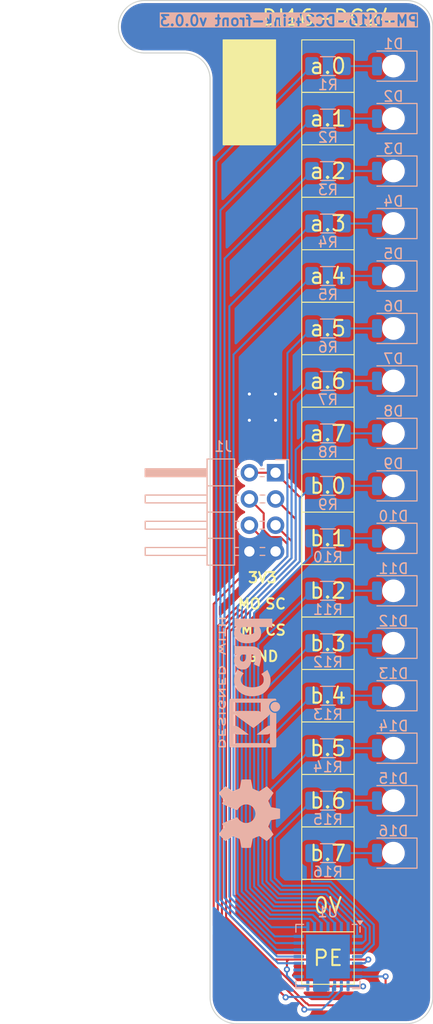
<source format=kicad_pcb>
(kicad_pcb (version 20240108) (generator "pcbnew") (generator_version "8.0")
  (title_block (title "${article} v${version}"))
  (layers (0 "F.Cu" signal) (31 "B.Cu" signal) (34 "B.Paste" user) (35 "F.Paste" user) (36 "B.SilkS" user "B.Silkscreen") (37 "F.SilkS" user "F.Silkscreen") (38 "B.Mask" user) (39 "F.Mask" user) (44 "Edge.Cuts" user))
  (property "article" "PM-DI16-DC24sink-front")
  (property "version" "0.0.3")
  (net 0 "")
  (net 3 "GND")
  (net 4 "+3.3V")
  (net 5 "/b.0")
  (net 6 "Net-(D1-A)")
  (net 7 "Net-(D2-A)")
  (net 8 "Net-(D3-A)")
  (net 9 "Net-(D4-A)")
  (net 10 "Net-(D5-A)")
  (net 11 "Net-(D6-A)")
  (net 12 "Net-(D7-A)")
  (net 13 "Net-(D8-A)")
  (net 14 "Net-(D9-A)")
  (net 15 "Net-(D10-A)")
  (net 16 "Net-(D11-A)")
  (net 17 "Net-(D12-A)")
  (net 18 "Net-(D13-A)")
  (net 19 "Net-(D14-A)")
  (net 20 "Net-(D15-A)")
  (net 21 "Net-(D16-A)")
  (net 22 "/b.1")
  (net 23 "/b.2")
  (net 24 "/b.3")
  (net 25 "/b.4")
  (net 26 "/b.5")
  (net 27 "/b.6")
  (net 28 "/b.7")
  (net 29 "/a.0")
  (net 30 "/a.1")
  (net 31 "/a.2")
  (net 32 "/a.3")
  (net 33 "/a.4")
  (net 34 "/a.5")
  (net 35 "/a.6")
  (net 36 "/a.7")
  (net 37 "/MOSI")
  (net 38 "/MISO")
  (net 39 "/SCK")
  (net 40 "/CS")
  (footprint "kicad_inventree_lib:LED_1206_3216Metric_ReverseMount_Hole1.8x2.4mm" (layer "B.Cu") (at 77.47 97.79 180)
    (property "Reference" "D9" (at 0 2.145 0) (layer "B.SilkS") (effects (justify mirror)))
    (property "Value" "Green")
    (pad "" np_thru_hole oval (at 0 0 180) (size 1.7 1.7) (drill oval 1.7) (layers "F&B.Cu" "*.Mask"))
    (pad "1" smd roundrect (at -1.6 0 180) (size 0.95 1.8) (layers "B.Cu" "B.Paste" "B.Mask") (roundrect_rratio 0.2) (net 3 "GND"))
    (pad "2" smd roundrect (at 1.6 0 180) (size 0.95 1.8) (layers "B.Cu" "B.Paste" "B.Mask") (roundrect_rratio 0.2) (net 14 "Net-(D9-A)"))
  )
  (footprint "Connector_PinHeader_2.54mm:PinHeader_2x04_P2.54mm_Horizontal" (layer "B.Cu") (at 66.04 96.52 180)
    (property "Reference" "J1" (at 5.08 2.54 0) (layer "B.SilkS") (effects (justify mirror)))
    (property "Value" "PinHeader_02x04_P2.54_THT_angle")
    (pad "1" thru_hole rect (at 0 0 180) (size 1.7 1.7) (drill 1) (layers "*.Cu" "*.Mask") (net 4 "+3.3V"))
    (pad "2" thru_hole oval (at 2.54 0 180) (size 1.7 1.7) (drill 1) (layers "*.Cu" "*.Mask") (net 4 "+3.3V"))
    (pad "3" thru_hole oval (at 0 -2.54 180) (size 1.7 1.7) (drill 1) (layers "*.Cu" "*.Mask") (net 39 "/SCK"))
    (pad "4" thru_hole oval (at 2.54 -2.54 180) (size 1.7 1.7) (drill 1) (layers "*.Cu" "*.Mask") (net 37 "/MOSI"))
    (pad "5" thru_hole oval (at 0 -5.08 180) (size 1.7 1.7) (drill 1) (layers "*.Cu" "*.Mask") (net 40 "/CS"))
    (pad "6" thru_hole oval (at 2.54 -5.08 180) (size 1.7 1.7) (drill 1) (layers "*.Cu" "*.Mask") (net 38 "/MISO"))
    (pad "7" thru_hole oval (at 0 -7.62 180) (size 1.7 1.7) (drill 1) (layers "*.Cu" "*.Mask") (net 3 "GND"))
    (pad "8" thru_hole oval (at 2.54 -7.62 180) (size 1.7 1.7) (drill 1) (layers "*.Cu" "*.Mask") (net 3 "GND"))
  )
  (footprint "Resistor_SMD:R_1206_3216Metric_Pad1.30x1.75mm_HandSolder" (layer "B.Cu") (at 71.12 97.79)
    (property "Reference" "R9" (at 0 1.82 0) (layer "B.SilkS") (effects (justify mirror)))
    (property "Value" "270")
    (pad "1" smd roundrect (at -1.55 0) (size 1.3 1.75) (layers "B.Cu" "B.Paste" "B.Mask") (roundrect_rratio 0.192308) (net 5 "/b.0"))
    (pad "2" smd roundrect (at 1.55 0) (size 1.3 1.75) (layers "B.Cu" "B.Paste" "B.Mask") (roundrect_rratio 0.192308) (net 14 "Net-(D9-A)"))
  )
  (footprint "Resistor_SMD:R_1206_3216Metric_Pad1.30x1.75mm_HandSolder" (layer "B.Cu") (at 71.12 128.27)
    (property "Reference" "R15" (at 0 1.82 0) (layer "B.SilkS") (effects (justify mirror)))
    (property "Value" "270")
    (pad "1" smd roundrect (at -1.55 0) (size 1.3 1.75) (layers "B.Cu" "B.Paste" "B.Mask") (roundrect_rratio 0.192308) (net 27 "/b.6"))
    (pad "2" smd roundrect (at 1.55 0) (size 1.3 1.75) (layers "B.Cu" "B.Paste" "B.Mask") (roundrect_rratio 0.192308) (net 20 "Net-(D15-A)"))
  )
  (footprint "kicad_inventree_lib:LED_1206_3216Metric_ReverseMount_Hole1.8x2.4mm" (layer "B.Cu") (at 77.47 123.19 180)
    (property "Reference" "D14" (at 0 2.145 0) (layer "B.SilkS") (effects (justify mirror)))
    (property "Value" "Green")
    (pad "" np_thru_hole oval (at 0 0 180) (size 1.7 1.7) (drill oval 1.7) (layers "F&B.Cu" "*.Mask"))
    (pad "1" smd roundrect (at -1.6 0 180) (size 0.95 1.8) (layers "B.Cu" "B.Paste" "B.Mask") (roundrect_rratio 0.2) (net 3 "GND"))
    (pad "2" smd roundrect (at 1.6 0 180) (size 0.95 1.8) (layers "B.Cu" "B.Paste" "B.Mask") (roundrect_rratio 0.2) (net 19 "Net-(D14-A)"))
  )
  (footprint "Resistor_SMD:R_1206_3216Metric_Pad1.30x1.75mm_HandSolder" (layer "B.Cu") (at 71.12 62.23)
    (property "Reference" "R2" (at 0 1.82 0) (layer "B.SilkS") (effects (justify mirror)))
    (property "Value" "270")
    (pad "1" smd roundrect (at -1.55 0) (size 1.3 1.75) (layers "B.Cu" "B.Paste" "B.Mask") (roundrect_rratio 0.192308) (net 30 "/a.1"))
    (pad "2" smd roundrect (at 1.55 0) (size 1.3 1.75) (layers "B.Cu" "B.Paste" "B.Mask") (roundrect_rratio 0.192308) (net 7 "Net-(D2-A)"))
  )
  (footprint "kicad_inventree_lib:LED_1206_3216Metric_ReverseMount_Hole1.8x2.4mm" (layer "B.Cu") (at 77.47 82.55 180)
    (property "Reference" "D6" (at 0 2.145 0) (layer "B.SilkS") (effects (justify mirror)))
    (property "Value" "Green")
    (pad "" np_thru_hole oval (at 0 0 180) (size 1.7 1.7) (drill oval 1.7) (layers "F&B.Cu" "*.Mask"))
    (pad "1" smd roundrect (at -1.6 0 180) (size 0.95 1.8) (layers "B.Cu" "B.Paste" "B.Mask") (roundrect_rratio 0.2) (net 3 "GND"))
    (pad "2" smd roundrect (at 1.6 0 180) (size 0.95 1.8) (layers "B.Cu" "B.Paste" "B.Mask") (roundrect_rratio 0.2) (net 11 "Net-(D6-A)"))
  )
  (footprint "kicad_inventree_lib:LED_1206_3216Metric_ReverseMount_Hole1.8x2.4mm" (layer "B.Cu") (at 77.47 62.23 180)
    (property "Reference" "D2" (at 0 2.145 0) (layer "B.SilkS") (effects (justify mirror)))
    (property "Value" "Green")
    (pad "" np_thru_hole oval (at 0 0 180) (size 1.7 1.7) (drill oval 1.7) (layers "F&B.Cu" "*.Mask"))
    (pad "1" smd roundrect (at -1.6 0 180) (size 0.95 1.8) (layers "B.Cu" "B.Paste" "B.Mask") (roundrect_rratio 0.2) (net 3 "GND"))
    (pad "2" smd roundrect (at 1.6 0 180) (size 0.95 1.8) (layers "B.Cu" "B.Paste" "B.Mask") (roundrect_rratio 0.2) (net 7 "Net-(D2-A)"))
  )
  (footprint "Package_DFN_QFN:QFN-28-1EP_6x6mm_P0.65mm_EP4.25x4.25mm" (layer "B.Cu") (at 71.12 143.36 180)
    (property "Reference" "U1" (at 0 4.31 0) (layer "B.SilkS") (effects (justify mirror)))
    (property "Value" "MCP23S17_ML")
    (pad "1" smd roundrect (at -2.8375 1.95 180) (size 1.025 0.3) (layers "B.Cu" "B.Paste" "B.Mask") (net 25 "/b.4"))
    (pad "2" smd roundrect (at -2.8375 1.3 180) (size 1.025 0.3) (layers "B.Cu" "B.Paste" "B.Mask") (net 26 "/b.5"))
    (pad "3" smd roundrect (at -2.8375 0.65 180) (size 1.025 0.3) (layers "B.Cu" "B.Paste" "B.Mask") (net 27 "/b.6"))
    (pad "4" smd roundrect (at -2.8375 0 180) (size 1.025 0.3) (layers "B.Cu" "B.Paste" "B.Mask") (net 28 "/b.7"))
    (pad "5" smd roundrect (at -2.8375 -0.65 180) (size 1.025 0.3) (layers "B.Cu" "B.Paste" "B.Mask") (net 4 "+3.3V"))
    (pad "6" smd roundrect (at -2.8375 -1.3 180) (size 1.025 0.3) (layers "B.Cu" "B.Paste" "B.Mask") (net 3 "GND"))
    (pad "7" smd roundrect (at -2.8375 -1.95 180) (size 1.025 0.3) (layers "B.Cu" "B.Paste" "B.Mask") (net 40 "/CS"))
    (pad "8" smd roundrect (at -1.95 -2.8375 180) (size 0.3 1.025) (layers "B.Cu" "B.Paste" "B.Mask") (net 39 "/SCK"))
    (pad "9" smd roundrect (at -1.3 -2.8375 180) (size 0.3 1.025) (layers "B.Cu" "B.Paste" "B.Mask") (net 37 "/MOSI"))
    (pad "10" smd roundrect (at -0.65 -2.8375 180) (size 0.3 1.025) (layers "B.Cu" "B.Paste" "B.Mask") (net 38 "/MISO"))
    (pad "11" smd roundrect (at 0 -2.8375 180) (size 0.3 1.025) (layers "B.Cu" "B.Paste" "B.Mask") (net 3 "GND"))
    (pad "12" smd roundrect (at 0.65 -2.8375 180) (size 0.3 1.025) (layers "B.Cu" "B.Paste" "B.Mask") (net 3 "GND"))
    (pad "13" smd roundrect (at 1.3 -2.8375 180) (size 0.3 1.025) (layers "B.Cu" "B.Paste" "B.Mask") (net 3 "GND"))
    (pad "14" smd roundrect (at 1.95 -2.8375 180) (size 0.3 1.025) (layers "B.Cu" "B.Paste" "B.Mask") (net 4 "+3.3V"))
    (pad "15" smd roundrect (at 2.8375 -1.95 180) (size 1.025 0.3) (layers "B.Cu" "B.Paste" "B.Mask"))
    (pad "16" smd roundrect (at 2.8375 -1.3 180) (size 1.025 0.3) (layers "B.Cu" "B.Paste" "B.Mask"))
    (pad "17" smd roundrect (at 2.8375 -0.65 180) (size 1.025 0.3) (layers "B.Cu" "B.Paste" "B.Mask") (net 29 "/a.0"))
    (pad "18" smd roundrect (at 2.8375 0 180) (size 1.025 0.3) (layers "B.Cu" "B.Paste" "B.Mask") (net 30 "/a.1"))
    (pad "19" smd roundrect (at 2.8375 0.65 180) (size 1.025 0.3) (layers "B.Cu" "B.Paste" "B.Mask") (net 31 "/a.2"))
    (pad "20" smd roundrect (at 2.8375 1.3 180) (size 1.025 0.3) (layers "B.Cu" "B.Paste" "B.Mask") (net 32 "/a.3"))
    (pad "21" smd roundrect (at 2.8375 1.95 180) (size 1.025 0.3) (layers "B.Cu" "B.Paste" "B.Mask") (net 33 "/a.4"))
    (pad "22" smd roundrect (at 1.95 2.8375 180) (size 0.3 1.025) (layers "B.Cu" "B.Paste" "B.Mask") (net 34 "/a.5"))
    (pad "23" smd roundrect (at 1.3 2.8375 180) (size 0.3 1.025) (layers "B.Cu" "B.Paste" "B.Mask") (net 35 "/a.6"))
    (pad "24" smd roundrect (at 0.65 2.8375 180) (size 0.3 1.025) (layers "B.Cu" "B.Paste" "B.Mask") (net 36 "/a.7"))
    (pad "25" smd roundrect (at 0 2.8375 180) (size 0.3 1.025) (layers "B.Cu" "B.Paste" "B.Mask") (net 5 "/b.0"))
    (pad "26" smd roundrect (at -0.65 2.8375 180) (size 0.3 1.025) (layers "B.Cu" "B.Paste" "B.Mask") (net 22 "/b.1"))
    (pad "27" smd roundrect (at -1.3 2.8375 180) (size 0.3 1.025) (layers "B.Cu" "B.Paste" "B.Mask") (net 23 "/b.2"))
    (pad "28" smd roundrect (at -1.95 2.8375 180) (size 0.3 1.025) (layers "B.Cu" "B.Paste" "B.Mask") (net 24 "/b.3"))
    (pad "29" smd rect (at 0 0 180) (size 4.25 4.25) (property pad_prop_heatsink) (layers "B.Cu" "B.Mask") (net 3 "GND"))
  )
  (footprint "Resistor_SMD:R_1206_3216Metric_Pad1.30x1.75mm_HandSolder" (layer "B.Cu") (at 71.12 57.15)
    (property "Reference" "R1" (at 0 1.82 0) (layer "B.SilkS") (effects (justify mirror)))
    (property "Value" "270")
    (pad "1" smd roundrect (at -1.55 0) (size 1.3 1.75) (layers "B.Cu" "B.Paste" "B.Mask") (roundrect_rratio 0.192308) (net 29 "/a.0"))
    (pad "2" smd roundrect (at 1.55 0) (size 1.3 1.75) (layers "B.Cu" "B.Paste" "B.Mask") (roundrect_rratio 0.192308) (net 6 "Net-(D1-A)"))
  )
  (footprint "kicad_inventree_lib:LED_1206_3216Metric_ReverseMount_Hole1.8x2.4mm" (layer "B.Cu") (at 77.47 113.03 180)
    (property "Reference" "D12" (at 0 2.145 0) (layer "B.SilkS") (effects (justify mirror)))
    (property "Value" "Green")
    (pad "" np_thru_hole oval (at 0 0 180) (size 1.7 1.7) (drill oval 1.7) (layers "F&B.Cu" "*.Mask"))
    (pad "1" smd roundrect (at -1.6 0 180) (size 0.95 1.8) (layers "B.Cu" "B.Paste" "B.Mask") (roundrect_rratio 0.2) (net 3 "GND"))
    (pad "2" smd roundrect (at 1.6 0 180) (size 0.95 1.8) (layers "B.Cu" "B.Paste" "B.Mask") (roundrect_rratio 0.2) (net 17 "Net-(D12-A)"))
  )
  (footprint "Resistor_SMD:R_1206_3216Metric_Pad1.30x1.75mm_HandSolder" (layer "B.Cu") (at 71.12 113.03)
    (property "Reference" "R12" (at 0 1.82 0) (layer "B.SilkS") (effects (justify mirror)))
    (property "Value" "270")
    (pad "1" smd roundrect (at -1.55 0) (size 1.3 1.75) (layers "B.Cu" "B.Paste" "B.Mask") (roundrect_rratio 0.192308) (net 24 "/b.3"))
    (pad "2" smd roundrect (at 1.55 0) (size 1.3 1.75) (layers "B.Cu" "B.Paste" "B.Mask") (roundrect_rratio 0.192308) (net 17 "Net-(D12-A)"))
  )
  (footprint "Resistor_SMD:R_1206_3216Metric_Pad1.30x1.75mm_HandSolder" (layer "B.Cu") (at 71.12 77.47)
    (property "Reference" "R5" (at 0 1.82 0) (layer "B.SilkS") (effects (justify mirror)))
    (property "Value" "270")
    (pad "1" smd roundrect (at -1.55 0) (size 1.3 1.75) (layers "B.Cu" "B.Paste" "B.Mask") (roundrect_rratio 0.192308) (net 33 "/a.4"))
    (pad "2" smd roundrect (at 1.55 0) (size 1.3 1.75) (layers "B.Cu" "B.Paste" "B.Mask") (roundrect_rratio 0.192308) (net 10 "Net-(D5-A)"))
  )
  (footprint "kicad_inventree_lib:LED_1206_3216Metric_ReverseMount_Hole1.8x2.4mm" (layer "B.Cu") (at 77.47 77.47 180)
    (property "Reference" "D5" (at 0 2.145 0) (layer "B.SilkS") (effects (justify mirror)))
    (property "Value" "Green")
    (pad "" np_thru_hole oval (at 0 0 180) (size 1.7 1.7) (drill oval 1.7) (layers "F&B.Cu" "*.Mask"))
    (pad "1" smd roundrect (at -1.6 0 180) (size 0.95 1.8) (layers "B.Cu" "B.Paste" "B.Mask") (roundrect_rratio 0.2) (net 3 "GND"))
    (pad "2" smd roundrect (at 1.6 0 180) (size 0.95 1.8) (layers "B.Cu" "B.Paste" "B.Mask") (roundrect_rratio 0.2) (net 10 "Net-(D5-A)"))
  )
  (footprint "kicad_inventree_lib:LED_1206_3216Metric_ReverseMount_Hole1.8x2.4mm" (layer "B.Cu") (at 77.47 87.63 180)
    (property "Reference" "D7" (at 0 2.145 0) (layer "B.SilkS") (effects (justify mirror)))
    (property "Value" "Green")
    (pad "" np_thru_hole oval (at 0 0 180) (size 1.7 1.7) (drill oval 1.7) (layers "F&B.Cu" "*.Mask"))
    (pad "1" smd roundrect (at -1.6 0 180) (size 0.95 1.8) (layers "B.Cu" "B.Paste" "B.Mask") (roundrect_rratio 0.2) (net 3 "GND"))
    (pad "2" smd roundrect (at 1.6 0 180) (size 0.95 1.8) (layers "B.Cu" "B.Paste" "B.Mask") (roundrect_rratio 0.2) (net 12 "Net-(D7-A)"))
  )
  (footprint "Resistor_SMD:R_1206_3216Metric_Pad1.30x1.75mm_HandSolder" (layer "B.Cu") (at 71.12 102.87)
    (property "Reference" "R10" (at 0 1.82 0) (layer "B.SilkS") (effects (justify mirror)))
    (property "Value" "270")
    (pad "1" smd roundrect (at -1.55 0) (size 1.3 1.75) (layers "B.Cu" "B.Paste" "B.Mask") (roundrect_rratio 0.192308) (net 22 "/b.1"))
    (pad "2" smd roundrect (at 1.55 0) (size 1.3 1.75) (layers "B.Cu" "B.Paste" "B.Mask") (roundrect_rratio 0.192308) (net 15 "Net-(D10-A)"))
  )
  (footprint "Resistor_SMD:R_1206_3216Metric_Pad1.30x1.75mm_HandSolder" (layer "B.Cu") (at 71.12 133.35)
    (property "Reference" "R16" (at 0 1.82 0) (layer "B.SilkS") (effects (justify mirror)))
    (property "Value" "270")
    (pad "1" smd roundrect (at -1.55 0) (size 1.3 1.75) (layers "B.Cu" "B.Paste" "B.Mask") (roundrect_rratio 0.192308) (net 28 "/b.7"))
    (pad "2" smd roundrect (at 1.55 0) (size 1.3 1.75) (layers "B.Cu" "B.Paste" "B.Mask") (roundrect_rratio 0.192308) (net 21 "Net-(D16-A)"))
  )
  (footprint "kicad_inventree_lib:LED_1206_3216Metric_ReverseMount_Hole1.8x2.4mm" (layer "B.Cu") (at 77.47 72.39 180)
    (property "Reference" "D4" (at 0 2.145 0) (layer "B.SilkS") (effects (justify mirror)))
    (property "Value" "Green")
    (pad "" np_thru_hole oval (at 0 0 180) (size 1.7 1.7) (drill oval 1.7) (layers "F&B.Cu" "*.Mask"))
    (pad "1" smd roundrect (at -1.6 0 180) (size 0.95 1.8) (layers "B.Cu" "B.Paste" "B.Mask") (roundrect_rratio 0.2) (net 3 "GND"))
    (pad "2" smd roundrect (at 1.6 0 180) (size 0.95 1.8) (layers "B.Cu" "B.Paste" "B.Mask") (roundrect_rratio 0.2) (net 9 "Net-(D4-A)"))
  )
  (footprint "Resistor_SMD:R_1206_3216Metric_Pad1.30x1.75mm_HandSolder" (layer "B.Cu") (at 71.12 107.95)
    (property "Reference" "R11" (at 0 1.82 0) (layer "B.SilkS") (effects (justify mirror)))
    (property "Value" "270")
    (pad "1" smd roundrect (at -1.55 0) (size 1.3 1.75) (layers "B.Cu" "B.Paste" "B.Mask") (roundrect_rratio 0.192308) (net 23 "/b.2"))
    (pad "2" smd roundrect (at 1.55 0) (size 1.3 1.75) (layers "B.Cu" "B.Paste" "B.Mask") (roundrect_rratio 0.192308) (net 16 "Net-(D11-A)"))
  )
  (footprint "kicad_inventree_lib:LED_1206_3216Metric_ReverseMount_Hole1.8x2.4mm" (layer "B.Cu") (at 77.47 67.31 180)
    (property "Reference" "D3" (at 0 2.145 0) (layer "B.SilkS") (effects (justify mirror)))
    (property "Value" "Green")
    (pad "" np_thru_hole oval (at 0 0 180) (size 1.7 1.7) (drill oval 1.7) (layers "F&B.Cu" "*.Mask"))
    (pad "1" smd roundrect (at -1.6 0 180) (size 0.95 1.8) (layers "B.Cu" "B.Paste" "B.Mask") (roundrect_rratio 0.2) (net 3 "GND"))
    (pad "2" smd roundrect (at 1.6 0 180) (size 0.95 1.8) (layers "B.Cu" "B.Paste" "B.Mask") (roundrect_rratio 0.2) (net 8 "Net-(D3-A)"))
  )
  (footprint "Symbol:OSHW-Symbol_6.7x6mm_SilkScreen" (layer "B.Cu") (at 63.5 129.54 90)
    (property "Reference" "REF**" (hide yes))
    (property "Value" "OSHW-Symbol_6.7x6mm_SilkScreen" (hide yes))
  )
  (footprint "kicad_inventree_lib:LED_1206_3216Metric_ReverseMount_Hole1.8x2.4mm" (layer "B.Cu") (at 77.47 102.87 180)
    (property "Reference" "D10" (at 0 2.145 0) (layer "B.SilkS") (effects (justify mirror)))
    (property "Value" "Green")
    (pad "" np_thru_hole oval (at 0 0 180) (size 1.7 1.7) (drill oval 1.7) (layers "F&B.Cu" "*.Mask"))
    (pad "1" smd roundrect (at -1.6 0 180) (size 0.95 1.8) (layers "B.Cu" "B.Paste" "B.Mask") (roundrect_rratio 0.2) (net 3 "GND"))
    (pad "2" smd roundrect (at 1.6 0 180) (size 0.95 1.8) (layers "B.Cu" "B.Paste" "B.Mask") (roundrect_rratio 0.2) (net 15 "Net-(D10-A)"))
  )
  (footprint "kicad_inventree_lib:LED_1206_3216Metric_ReverseMount_Hole1.8x2.4mm" (layer "B.Cu") (at 77.47 118.11 180)
    (property "Reference" "D13" (at 0 2.145 0) (layer "B.SilkS") (effects (justify mirror)))
    (property "Value" "Green")
    (pad "" np_thru_hole oval (at 0 0 180) (size 1.7 1.7) (drill oval 1.7) (layers "F&B.Cu" "*.Mask"))
    (pad "1" smd roundrect (at -1.6 0 180) (size 0.95 1.8) (layers "B.Cu" "B.Paste" "B.Mask") (roundrect_rratio 0.2) (net 3 "GND"))
    (pad "2" smd roundrect (at 1.6 0 180) (size 0.95 1.8) (layers "B.Cu" "B.Paste" "B.Mask") (roundrect_rratio 0.2) (net 18 "Net-(D13-A)"))
  )
  (footprint "Resistor_SMD:R_1206_3216Metric_Pad1.30x1.75mm_HandSolder" (layer "B.Cu") (at 71.12 92.71)
    (property "Reference" "R8" (at 0 1.82 0) (layer "B.SilkS") (effects (justify mirror)))
    (property "Value" "270")
    (pad "1" smd roundrect (at -1.55 0) (size 1.3 1.75) (layers "B.Cu" "B.Paste" "B.Mask") (roundrect_rratio 0.192308) (net 36 "/a.7"))
    (pad "2" smd roundrect (at 1.55 0) (size 1.3 1.75) (layers "B.Cu" "B.Paste" "B.Mask") (roundrect_rratio 0.192308) (net 13 "Net-(D8-A)"))
  )
  (footprint "Resistor_SMD:R_1206_3216Metric_Pad1.30x1.75mm_HandSolder" (layer "B.Cu") (at 71.12 67.31)
    (property "Reference" "R3" (at 0 1.82 0) (layer "B.SilkS") (effects (justify mirror)))
    (property "Value" "270")
    (pad "1" smd roundrect (at -1.55 0) (size 1.3 1.75) (layers "B.Cu" "B.Paste" "B.Mask") (roundrect_rratio 0.192308) (net 31 "/a.2"))
    (pad "2" smd roundrect (at 1.55 0) (size 1.3 1.75) (layers "B.Cu" "B.Paste" "B.Mask") (roundrect_rratio 0.192308) (net 8 "Net-(D3-A)"))
  )
  (footprint "Resistor_SMD:R_1206_3216Metric_Pad1.30x1.75mm_HandSolder" (layer "B.Cu") (at 71.12 72.39)
    (property "Reference" "R4" (at 0 1.82 0) (layer "B.SilkS") (effects (justify mirror)))
    (property "Value" "270")
    (pad "1" smd roundrect (at -1.55 0) (size 1.3 1.75) (layers "B.Cu" "B.Paste" "B.Mask") (roundrect_rratio 0.192308) (net 32 "/a.3"))
    (pad "2" smd roundrect (at 1.55 0) (size 1.3 1.75) (layers "B.Cu" "B.Paste" "B.Mask") (roundrect_rratio 0.192308) (net 9 "Net-(D4-A)"))
  )
  (footprint "kicad_inventree_lib:LED_1206_3216Metric_ReverseMount_Hole1.8x2.4mm" (layer "B.Cu") (at 77.47 57.15 180)
    (property "Reference" "D1" (at 0 2.145 0) (layer "B.SilkS") (effects (justify mirror)))
    (property "Value" "Green")
    (pad "" np_thru_hole oval (at 0 0 180) (size 1.7 1.7) (drill oval 1.7) (layers "F&B.Cu" "*.Mask"))
    (pad "1" smd roundrect (at -1.6 0 180) (size 0.95 1.8) (layers "B.Cu" "B.Paste" "B.Mask") (roundrect_rratio 0.2) (net 3 "GND"))
    (pad "2" smd roundrect (at 1.6 0 180) (size 0.95 1.8) (layers "B.Cu" "B.Paste" "B.Mask") (roundrect_rratio 0.2) (net 6 "Net-(D1-A)"))
  )
  (footprint "Resistor_SMD:R_1206_3216Metric_Pad1.30x1.75mm_HandSolder" (layer "B.Cu") (at 71.12 118.11)
    (property "Reference" "R13" (at 0 1.82 0) (layer "B.SilkS") (effects (justify mirror)))
    (property "Value" "270")
    (pad "1" smd roundrect (at -1.55 0) (size 1.3 1.75) (layers "B.Cu" "B.Paste" "B.Mask") (roundrect_rratio 0.192308) (net 25 "/b.4"))
    (pad "2" smd roundrect (at 1.55 0) (size 1.3 1.75) (layers "B.Cu" "B.Paste" "B.Mask") (roundrect_rratio 0.192308) (net 18 "Net-(D13-A)"))
  )
  (footprint "kicad_inventree_lib:LED_1206_3216Metric_ReverseMount_Hole1.8x2.4mm" (layer "B.Cu") (at 77.47 107.95 180)
    (property "Reference" "D11" (at 0 2.145 0) (layer "B.SilkS") (effects (justify mirror)))
    (property "Value" "Green")
    (pad "" np_thru_hole oval (at 0 0 180) (size 1.7 1.7) (drill oval 1.7) (layers "F&B.Cu" "*.Mask"))
    (pad "1" smd roundrect (at -1.6 0 180) (size 0.95 1.8) (layers "B.Cu" "B.Paste" "B.Mask") (roundrect_rratio 0.2) (net 3 "GND"))
    (pad "2" smd roundrect (at 1.6 0 180) (size 0.95 1.8) (layers "B.Cu" "B.Paste" "B.Mask") (roundrect_rratio 0.2) (net 16 "Net-(D11-A)"))
  )
  (footprint "kicad_inventree_lib:LED_1206_3216Metric_ReverseMount_Hole1.8x2.4mm" (layer "B.Cu") (at 77.47 133.35 180)
    (property "Reference" "D16" (at 0 2.145 0) (layer "B.SilkS") (effects (justify mirror)))
    (property "Value" "Green")
    (pad "" np_thru_hole oval (at 0 0 180) (size 1.7 1.7) (drill oval 1.7) (layers "F&B.Cu" "*.Mask"))
    (pad "1" smd roundrect (at -1.6 0 180) (size 0.95 1.8) (layers "B.Cu" "B.Paste" "B.Mask") (roundrect_rratio 0.2) (net 3 "GND"))
    (pad "2" smd roundrect (at 1.6 0 180) (size 0.95 1.8) (layers "B.Cu" "B.Paste" "B.Mask") (roundrect_rratio 0.2) (net 21 "Net-(D16-A)"))
  )
  (footprint "kicad_inventree_lib:LED_1206_3216Metric_ReverseMount_Hole1.8x2.4mm" (layer "B.Cu") (at 77.47 92.71 180)
    (property "Reference" "D8" (at 0 2.145 0) (layer "B.SilkS") (effects (justify mirror)))
    (property "Value" "Green")
    (pad "" np_thru_hole oval (at 0 0 180) (size 1.7 1.7) (drill oval 1.7) (layers "F&B.Cu" "*.Mask"))
    (pad "1" smd roundrect (at -1.6 0 180) (size 0.95 1.8) (layers "B.Cu" "B.Paste" "B.Mask") (roundrect_rratio 0.2) (net 3 "GND"))
    (pad "2" smd roundrect (at 1.6 0 180) (size 0.95 1.8) (layers "B.Cu" "B.Paste" "B.Mask") (roundrect_rratio 0.2) (net 13 "Net-(D8-A)"))
  )
  (footprint "Symbol:KiCad-Logo2_5mm_SilkScreen" (layer "B.Cu") (at 63.5 116.84 90)
    (property "Reference" "Logo_kicad" (hide yes))
    (property "Value" "KiCad-Logo2_5mm_SilkScreen" (hide yes))
  )
  (footprint "Resistor_SMD:R_1206_3216Metric_Pad1.30x1.75mm_HandSolder" (layer "B.Cu") (at 71.12 123.19)
    (property "Reference" "R14" (at 0 1.82 0) (layer "B.SilkS") (effects (justify mirror)))
    (property "Value" "270")
    (pad "1" smd roundrect (at -1.55 0) (size 1.3 1.75) (layers "B.Cu" "B.Paste" "B.Mask") (roundrect_rratio 0.192308) (net 26 "/b.5"))
    (pad "2" smd roundrect (at 1.55 0) (size 1.3 1.75) (layers "B.Cu" "B.Paste" "B.Mask") (roundrect_rratio 0.192308) (net 19 "Net-(D14-A)"))
  )
  (footprint "kicad_inventree_lib:LED_1206_3216Metric_ReverseMount_Hole1.8x2.4mm" (layer "B.Cu") (at 77.47 128.27 180)
    (property "Reference" "D15" (at 0 2.145 0) (layer "B.SilkS") (effects (justify mirror)))
    (property "Value" "Green")
    (pad "" np_thru_hole oval (at 0 0 180) (size 1.7 1.7) (drill oval 1.7) (layers "F&B.Cu" "*.Mask"))
    (pad "1" smd roundrect (at -1.6 0 180) (size 0.95 1.8) (layers "B.Cu" "B.Paste" "B.Mask") (roundrect_rratio 0.2) (net 3 "GND"))
    (pad "2" smd roundrect (at 1.6 0 180) (size 0.95 1.8) (layers "B.Cu" "B.Paste" "B.Mask") (roundrect_rratio 0.2) (net 20 "Net-(D15-A)"))
  )
  (footprint "Resistor_SMD:R_1206_3216Metric_Pad1.30x1.75mm_HandSolder" (layer "B.Cu") (at 71.12 87.63)
    (property "Reference" "R7" (at 0 1.82 0) (layer "B.SilkS") (effects (justify mirror)))
    (property "Value" "270")
    (pad "1" smd roundrect (at -1.55 0) (size 1.3 1.75) (layers "B.Cu" "B.Paste" "B.Mask") (roundrect_rratio 0.192308) (net 35 "/a.6"))
    (pad "2" smd roundrect (at 1.55 0) (size 1.3 1.75) (layers "B.Cu" "B.Paste" "B.Mask") (roundrect_rratio 0.192308) (net 12 "Net-(D7-A)"))
  )
  (footprint "Resistor_SMD:R_1206_3216Metric_Pad1.30x1.75mm_HandSolder" (layer "B.Cu") (at 71.12 82.55)
    (property "Reference" "R6" (at 0 1.82 0) (layer "B.SilkS") (effects (justify mirror)))
    (property "Value" "270")
    (pad "1" smd roundrect (at -1.55 0) (size 1.3 1.75) (layers "B.Cu" "B.Paste" "B.Mask") (roundrect_rratio 0.192308) (net 34 "/a.5"))
    (pad "2" smd roundrect (at 1.55 0) (size 1.3 1.75) (layers "B.Cu" "B.Paste" "B.Mask") (roundrect_rratio 0.192308) (net 11 "Net-(D6-A)"))
  )
  (gr_rect (start 68.58 80.01) (end 73.66 85.09) (stroke (width 0.1)) (fill none) (layer "F.SilkS"))
  (gr_rect (start 68.58 100.33) (end 73.66 105.41) (stroke (width 0.1)) (fill none) (layer "F.SilkS"))
  (gr_rect (start 68.58 69.85) (end 73.66 74.93) (stroke (width 0.1)) (fill none) (layer "F.SilkS"))
  (gr_rect (start 68.58 59.69) (end 73.66 64.77) (stroke (width 0.1)) (fill none) (layer "F.SilkS"))
  (gr_rect (start 68.58 120.65) (end 73.66 125.73) (stroke (width 0.1)) (fill none) (layer "F.SilkS"))
  (gr_rect (start 68.58 115.57) (end 73.66 120.65) (stroke (width 0.1)) (fill none) (layer "F.SilkS"))
  (gr_rect (start 68.58 125.73) (end 73.66 130.81) (stroke (width 0.1)) (fill none) (layer "F.SilkS"))
  (gr_rect (start 68.58 130.81) (end 73.66 135.89) (stroke (width 0.1)) (fill none) (layer "F.SilkS"))
  (gr_rect (start 68.58 110.49) (end 73.66 115.57) (stroke (width 0.1)) (fill none) (layer "F.SilkS"))
  (gr_rect (start 68.58 54.61) (end 73.66 59.69) (stroke (width 0.1)) (fill none) (layer "F.SilkS"))
  (gr_rect (start 68.58 95.25) (end 73.66 100.33) (stroke (width 0.1)) (fill none) (layer "F.SilkS"))
  (gr_rect (start 68.58 105.41) (end 73.66 110.49) (stroke (width 0.1)) (fill none) (layer "F.SilkS"))
  (gr_rect (start 68.58 135.89) (end 73.66 140.97) (stroke (width 0.1)) (fill none) (layer "F.SilkS"))
  (gr_rect (start 60.96 54.61) (end 66.04 64.77) (stroke (width 0.1)) (fill solid) (layer "F.SilkS"))
  (gr_rect (start 68.58 64.77) (end 73.66 69.85) (stroke (width 0.1)) (fill none) (layer "F.SilkS"))
  (gr_rect (start 68.58 85.09) (end 73.66 90.17) (stroke (width 0.1)) (fill none) (layer "F.SilkS"))
  (gr_rect (start 68.58 90.17) (end 73.66 95.25) (stroke (width 0.1)) (fill none) (layer "F.SilkS"))
  (gr_rect (start 68.58 74.93) (end 73.66 80.01) (stroke (width 0.1)) (fill none) (layer "F.SilkS"))
  (gr_rect (start 68.58 140.97) (end 73.66 146.05) (stroke (width 0.1)) (fill none) (layer "F.SilkS"))
  (gr_line (start 53.34 55.88) (end 57.15 55.88) (stroke (width 0.1)) (layer "Edge.Cuts"))
  (gr_arc (start 62.23 149.86) (mid 60.433949 149.116051) (end 59.69 147.32) (stroke (width 0.1)) (layer "Edge.Cuts"))
  (gr_arc (start 78.74 50.8) (mid 80.536051 51.543949) (end 81.28 53.34) (stroke (width 0.1)) (layer "Edge.Cuts"))
  (gr_line (start 59.69 58.42) (end 59.69 147.32) (stroke (width 0.1)) (layer "Edge.Cuts"))
  (gr_arc (start 50.8 53.34) (mid 51.543949 51.543949) (end 53.34 50.8) (stroke (width 0.1)) (layer "Edge.Cuts"))
  (gr_line (start 62.23 149.86) (end 78.74 149.86) (stroke (width 0.1)) (layer "Edge.Cuts"))
  (gr_arc (start 53.34 55.88) (mid 51.543949 55.136051) (end 50.8 53.34) (stroke (width 0.1)) (layer "Edge.Cuts"))
  (gr_line (start 53.34 50.8) (end 78.74 50.8) (stroke (width 0.1)) (layer "Edge.Cuts"))
  (gr_line (start 81.28 53.34) (end 81.28 147.32) (stroke (width 0.1)) (layer "Edge.Cuts"))
  (gr_arc (start 81.28 147.32) (mid 80.536051 149.116051) (end 78.74 149.86) (stroke (width 0.1)) (layer "Edge.Cuts"))
  (gr_arc (start 57.15 55.88) (mid 58.946051 56.623949) (end 59.69 58.42) (stroke (width 0.1)) (layer "Edge.Cuts"))
  (gr_text "${article} v${version}" (at 80.01 53.34 0) (layer "B.SilkS" knockout) (effects (font (size 1 1) (thickness 0.2) (bold yes)) (justify left bottom mirror)))
  (gr_text "MI" (at 63.5 111.76 0) (layer "F.SilkS") (effects (font (size 1 1) (thickness 0.2) (bold yes))))
  (gr_text "b.3" (at 71.12 113.9015 0) (layer "F.SilkS") (effects (font (size 1.5 1.5) (thickness 0.2)) (justify bottom)))
  (gr_text "b.2" (at 71.12 108.8215 0) (layer "F.SilkS") (effects (font (size 1.5 1.5) (thickness 0.2)) (justify bottom)))
  (gr_text "PE" (at 71.12 144.3815 0) (layer "F.SilkS") (effects (font (size 1.5 1.5) (thickness 0.2)) (justify bottom)))
  (gr_text "a.4" (at 71.12 78.3415 0) (layer "F.SilkS") (effects (font (size 1.5 1.5) (thickness 0.2)) (justify bottom)))
  (gr_text "b.7" (at 71.12 134.2215 0) (layer "F.SilkS") (effects (font (size 1.5 1.5) (thickness 0.2)) (justify bottom)))
  (gr_text "a.1" (at 71.12 63.1015 0) (layer "F.SilkS") (effects (font (size 1.5 1.5) (thickness 0.2)) (justify bottom)))
  (gr_text "a.7" (at 71.12 93.5815 0) (layer "F.SilkS") (effects (font (size 1.5 1.5) (thickness 0.2)) (justify bottom)))
  (gr_text "MO" (at 63.5 109.22 0) (layer "F.SilkS") (effects (font (size 1 1) (thickness 0.2) (bold yes))))
  (gr_text "CS" (at 66.04 111.76 0) (layer "F.SilkS") (effects (font (size 1 1) (thickness 0.2) (bold yes))))
  (gr_text "b.1" (at 71.12 103.7415 0) (layer "F.SilkS") (effects (font (size 1.5 1.5) (thickness 0.2)) (justify bottom)))
  (gr_text "SC" (at 66.04 109.22 0) (layer "F.SilkS") (effects (font (size 1 1) (thickness 0.2) (bold yes))))
  (gr_text "a.5" (at 71.12 83.4215 0) (layer "F.SilkS") (effects (font (size 1.5 1.5) (thickness 0.2)) (justify bottom)))
  (gr_text "b.0" (at 71.12 98.6615 0) (layer "F.SilkS") (effects (font (size 1.5 1.5) (thickness 0.2)) (justify bottom)))
  (gr_text "a.6" (at 71.12 88.5015 0) (layer "F.SilkS") (effects (font (size 1.5 1.5) (thickness 0.2)) (justify bottom)))
  (gr_text "GND" (at 64.77 114.3 0) (layer "F.SilkS") (effects (font (size 1 1) (thickness 0.2) (bold yes))))
  (gr_text "a.2" (at 71.12 68.1815 0) (layer "F.SilkS") (effects (font (size 1.5 1.5) (thickness 0.2)) (justify bottom)))
  (gr_text "DI16-DC24" (at 71.12 53.34 0) (layer "F.SilkS") (effects (font (size 1.5 1.5) (thickness 0.2)) (justify bottom)))
  (gr_text "0V" (at 71.12 139.3015 0) (layer "F.SilkS") (effects (font (size 1.5 1.5) (thickness 0.2)) (justify bottom)))
  (gr_text "b.5" (at 71.12 124.0615 0) (layer "F.SilkS") (effects (font (size 1.5 1.5) (thickness 0.2)) (justify bottom)))
  (gr_text "3V3" (at 64.77 106.68 0) (layer "F.SilkS") (effects (font (size 1 1) (thickness 0.2) (bold yes))))
  (gr_text "a.0" (at 71.12 58.0215 0) (layer "F.SilkS") (effects (font (size 1.5 1.5) (thickness 0.2)) (justify bottom)))
  (gr_text "a.3" (at 71.12 73.2615 0) (layer "F.SilkS") (effects (font (size 1.5 1.5) (thickness 0.2)) (justify bottom)))
  (gr_text "b.4" (at 71.12 118.9815 0) (layer "F.SilkS") (effects (font (size 1.5 1.5) (thickness 0.2)) (justify bottom)))
  (gr_text "b.6" (at 71.12 129.1415 0) (layer "F.SilkS") (effects (font (size 1.5 1.5) (thickness 0.2)) (justify bottom)))
  (via (at 63.5 88.9) (size 0.6) (drill 0.3) (layers "F.Cu" "B.Cu") (net 3))
  (via (at 66.04 91.44) (size 0.6) (drill 0.3) (layers "F.Cu" "B.Cu") (net 3))
  (via (at 63.5 91.44) (size 0.6) (drill 0.3) (layers "F.Cu" "B.Cu") (net 3))
  (via (at 66.04 88.9) (size 0.6) (drill 0.3) (layers "F.Cu" "B.Cu") (net 3))
  (segment (start 75.05 144.66) (end 76.708 143.002) (width 0.2) (layer "B.Cu") (net 3))
  (segment (start 73.9575 144.66) (end 75.05 144.66) (width 0.2) (layer "B.Cu") (net 3))
  (segment (start 67.141499 144.61) (end 67.141499 143.821401) (width 0.2) (layer "F.Cu") (net 4))
  (segment (start 68.39 98.87) (end 66.04 96.52) (width 0.2) (layer "F.Cu") (net 4))
  (segment (start 75.0287 143.6529) (end 67.31 143.6529) (width 0.2) (layer "F.Cu") (net 4))
  (segment (start 65.901558 143.6529) (end 61.64 139.391342) (width 0.2) (layer "F.Cu") (net 4))
  (segment (start 67.141499 143.821401) (end 67.31 143.6529) (width 0.2) (layer "F.Cu") (net 4))
  (segment (start 67.31 143.6529) (end 65.901558 143.6529) (width 0.2) (layer "F.Cu") (net 4))
  (segment (start 68.39 105.113404) (end 68.39 98.87) (width 0.2) (layer "F.Cu") (net 4))
  (segment (start 61.64 139.391342) (end 61.64 111.863404) (width 0.2) (layer "F.Cu") (net 4))
  (segment (start 61.64 111.863404) (end 68.39 105.113404) (width 0.2) (layer "F.Cu") (net 4))
  (segment (start 66.04 96.52) (end 63.5 96.52) (width 0.2) (layer "F.Cu") (net 4))
  (via (at 75.0287 143.6529) (size 0.6) (drill 0.3) (layers "F.Cu" "B.Cu") (net 4))
  (via (at 67.141499 144.61) (size 0.6) (drill 0.3) (layers "F.Cu" "B.Cu") (net 4))
  (segment (start 74.6716 144.01) (end 75.0287 143.6529) (width 0.2) (layer "B.Cu") (net 4))
  (segment (start 67.141499 145.213909) (end 68.12509 146.1975) (width 0.2) (layer "B.Cu") (net 4))
  (segment (start 73.9575 144.01) (end 74.6716 144.01) (width 0.2) (layer "B.Cu") (net 4))
  (segment (start 67.141499 144.61) (end 67.141499 145.213909) (width 0.2) (layer "B.Cu") (net 4))
  (segment (start 68.12509 146.1975) (end 69.17 146.1975) (width 0.2) (layer "B.Cu") (net 4))
  (segment (start 68.39 98.97) (end 69.57 97.79) (width 0.2) (layer "B.Cu") (net 5))
  (segment (start 71.12 140.12759) (end 69.90241 138.91) (width 0.2) (layer "B.Cu") (net 5))
  (segment (start 65.726116 138.91) (end 63.561843 136.745727) (width 0.2) (layer "B.Cu") (net 5))
  (segment (start 69.90241 138.91) (end 65.726116 138.91) (width 0.2) (layer "B.Cu") (net 5))
  (segment (start 63.561843 136.745727) (end 63.561843 109.941561) (width 0.2) (layer "B.Cu") (net 5))
  (segment (start 71.12 140.522) (end 71.12 140.5225) (width 0.2) (layer "B.Cu") (net 5))
  (segment (start 63.561843 109.941561) (end 68.39 105.113404) (width 0.2) (layer "B.Cu") (net 5))
  (segment (start 68.39 105.113404) (end 68.39 98.97) (width 0.2) (layer "B.Cu") (net 5))
  (segment (start 71.12 140.5225) (end 71.12 140.12759) (width 0.2) (layer "B.Cu") (net 5))
  (segment (start 72.67 57.15) (end 75.87 57.15) (width 0.2) (layer "B.Cu") (net 6))
  (segment (start 72.67 62.23) (end 75.87 62.23) (width 0.2) (layer "B.Cu") (net 7))
  (segment (start 72.67 67.31) (end 75.87 67.31) (width 0.2) (layer "B.Cu") (net 8))
  (segment (start 72.67 72.39) (end 75.87 72.39) (width 0.2) (layer "B.Cu") (net 9))
  (segment (start 72.67 77.47) (end 75.87 77.47) (width 0.2) (layer "B.Cu") (net 10))
  (segment (start 72.67 82.55) (end 75.87 82.55) (width 0.2) (layer "B.Cu") (net 11))
  (segment (start 72.67 87.63) (end 75.87 87.63) (width 0.2) (layer "B.Cu") (net 12))
  (segment (start 72.67 92.71) (end 75.87 92.71) (width 0.2) (layer "B.Cu") (net 13))
  (segment (start 72.67 97.79) (end 75.87 97.79) (width 0.2) (layer "B.Cu") (net 14))
  (segment (start 72.67 102.87) (end 75.87 102.87) (width 0.2) (layer "B.Cu") (net 15))
  (segment (start 72.67 107.95) (end 75.87 107.95) (width 0.2) (layer "B.Cu") (net 16))
  (segment (start 72.67 113.03) (end 75.87 113.03) (width 0.2) (layer "B.Cu") (net 17))
  (segment (start 72.67 118.11) (end 75.87 118.11) (width 0.2) (layer "B.Cu") (net 18))
  (segment (start 72.67 123.19) (end 75.87 123.19) (width 0.2) (layer "B.Cu") (net 19))
  (segment (start 72.67 128.27) (end 75.87 128.27) (width 0.2) (layer "B.Cu") (net 20))
  (segment (start 72.67 133.35) (end 75.87 133.35) (width 0.2) (layer "B.Cu") (net 21))
  (segment (start 71.77 140.522) (end 71.77 140.5225) (width 0.2) (layer "B.Cu") (net 22))
  (segment (start 70.15241 138.51) (end 65.891802 138.51) (width 0.2) (layer "B.Cu") (net 22))
  (segment (start 71.77 140.5225) (end 71.77 140.12759) (width 0.2) (layer "B.Cu") (net 22))
  (segment (start 69.57 104.49909) (end 69.57 102.87) (width 0.2) (layer "B.Cu") (net 22))
  (segment (start 65.891802 138.51) (end 63.961843 136.580041) (width 0.2) (layer "B.Cu") (net 22))
  (segment (start 71.77 140.12759) (end 70.15241 138.51) (width 0.2) (layer "B.Cu") (net 22))
  (segment (start 63.961843 136.580041) (end 63.961843 110.107247) (width 0.2) (layer "B.Cu") (net 22))
  (segment (start 63.961843 110.107247) (end 69.57 104.49909) (width 0.2) (layer "B.Cu") (net 22))
  (segment (start 72.42 140.5225) (end 72.42 140.12759) (width 0.2) (layer "B.Cu") (net 23))
  (segment (start 66.057488 138.11) (end 64.361843 136.414355) (width 0.2) (layer "B.Cu") (net 23))
  (segment (start 64.361843 113.158157) (end 69.57 107.95) (width 0.2) (layer "B.Cu") (net 23))
  (segment (start 70.40241 138.11) (end 66.057488 138.11) (width 0.2) (layer "B.Cu") (net 23))
  (segment (start 64.361843 136.414355) (end 64.361843 113.158157) (width 0.2) (layer "B.Cu") (net 23))
  (segment (start 72.42 140.12759) (end 70.40241 138.11) (width 0.2) (layer "B.Cu") (net 23))
  (segment (start 72.42 140.522) (end 72.42 140.5225) (width 0.2) (layer "B.Cu") (net 23))
  (segment (start 66.223174 137.71) (end 64.761843 136.248669) (width 0.2) (layer "B.Cu") (net 24))
  (segment (start 73.07 140.522) (end 73.07 140.5225) (width 0.2) (layer "B.Cu") (net 24))
  (segment (start 64.761843 117.838157) (end 69.57 113.03) (width 0.2) (layer "B.Cu") (net 24))
  (segment (start 73.07 140.12759) (end 70.65241 137.71) (width 0.2) (layer "B.Cu") (net 24))
  (segment (start 70.65241 137.71) (end 66.223174 137.71) (width 0.2) (layer "B.Cu") (net 24))
  (segment (start 64.761843 136.248669) (end 64.761843 117.838157) (width 0.2) (layer "B.Cu") (net 24))
  (segment (start 73.07 140.5225) (end 73.07 140.12759) (width 0.2) (layer "B.Cu") (net 24))
  (segment (start 70.90241 137.31) (end 66.38886 137.31) (width 0.2) (layer "B.Cu") (net 25))
  (segment (start 73.9575 140.36509) (end 70.90241 137.31) (width 0.2) (layer "B.Cu") (net 25))
  (segment (start 73.9575 141.41) (end 73.9575 140.36509) (width 0.2) (layer "B.Cu") (net 25))
  (segment (start 65.161843 122.518157) (end 69.57 118.11) (width 0.2) (layer "B.Cu") (net 25))
  (segment (start 66.38886 137.31) (end 65.161843 136.082983) (width 0.2) (layer "B.Cu") (net 25))
  (segment (start 65.161843 136.082983) (end 65.161843 122.518157) (width 0.2) (layer "B.Cu") (net 25))
  (segment (start 66.554546 136.91) (end 65.561843 135.917297) (width 0.2) (layer "B.Cu") (net 26))
  (segment (start 71.068096 136.91) (end 66.554546 136.91) (width 0.2) (layer "B.Cu") (net 26))
  (segment (start 65.561843 135.917297) (end 65.561843 127.198157) (width 0.2) (layer "B.Cu") (net 26))
  (segment (start 73.9575 142.06) (end 74.469999 142.06) (width 0.2) (layer "B.Cu") (net 26))
  (segment (start 74.469999 142.06) (end 74.77 141.759999) (width 0.2) (layer "B.Cu") (net 26))
  (segment (start 74.77 141.759999) (end 74.77 140.611904) (width 0.2) (layer "B.Cu") (net 26))
  (segment (start 74.77 140.611904) (end 71.068096 136.91) (width 0.2) (layer "B.Cu") (net 26))
  (segment (start 65.561843 127.198157) (end 69.57 123.19) (width 0.2) (layer "B.Cu") (net 26))
  (segment (start 74.469999 142.71) (end 75.17 142.009999) (width 0.2) (layer "B.Cu") (net 27))
  (segment (start 66.720232 136.51) (end 65.961843 135.751611) (width 0.2) (layer "B.Cu") (net 27))
  (segment (start 65.961843 135.751611) (end 65.961843 131.878157) (width 0.2) (layer "B.Cu") (net 27))
  (segment (start 75.17 142.009999) (end 75.17 140.446218) (width 0.2) (layer "B.Cu") (net 27))
  (segment (start 71.233782 136.51) (end 66.720232 136.51) (width 0.2) (layer "B.Cu") (net 27))
  (segment (start 73.9575 142.71) (end 74.469999 142.71) (width 0.2) (layer "B.Cu") (net 27))
  (segment (start 75.17 140.446218) (end 71.233782 136.51) (width 0.2) (layer "B.Cu") (net 27))
  (segment (start 65.961843 131.878157) (end 69.57 128.27) (width 0.2) (layer "B.Cu") (net 27))
  (segment (start 74.385685 143.36) (end 75.57 142.175685) (width 0.2) (layer "B.Cu") (net 28))
  (segment (start 71.399468 136.11) (end 69.57 136.11) (width 0.2) (layer "B.Cu") (net 28))
  (segment (start 69.57 136.11) (end 69.57 133.35) (width 0.2) (layer "B.Cu") (net 28))
  (segment (start 75.57 142.175685) (end 75.57 140.280532) (width 0.2) (layer "B.Cu") (net 28))
  (segment (start 75.57 140.280532) (end 75.335685 140.046218) (width 0.2) (layer "B.Cu") (net 28))
  (segment (start 75.335685 140.046218) (end 71.399468 136.11) (width 0.2) (layer "B.Cu") (net 28))
  (segment (start 73.9575 143.36) (end 74.385685 143.36) (width 0.2) (layer "B.Cu") (net 28))
  (segment (start 60.29 138.014) (end 60.29 66.43) (width 0.2) (layer "B.Cu") (net 29))
  (segment (start 66.286 144.01) (end 60.29 138.014) (width 0.2) (layer "B.Cu") (net 29))
  (segment (start 68.2825 144.01) (end 66.286 144.01) (width 0.2) (layer "B.Cu") (net 29))
  (segment (start 60.29 66.43) (end 69.57 57.15) (width 0.2) (layer "B.Cu") (net 29))
  (segment (start 68.2825 143.36) (end 66.201686 143.36) (width 0.2) (layer "B.Cu") (net 30))
  (segment (start 66.201686 143.36) (end 60.69 137.848314) (width 0.2) (layer "B.Cu") (net 30))
  (segment (start 60.69 137.848314) (end 60.69 71.11) (width 0.2) (layer "B.Cu") (net 30))
  (segment (start 60.69 71.11) (end 69.57 62.23) (width 0.2) (layer "B.Cu") (net 30))
  (segment (start 66.132 142.71) (end 61.09 137.668) (width 0.2) (layer "B.Cu") (net 31))
  (segment (start 61.09 137.668) (end 61.09 75.79) (width 0.2) (layer "B.Cu") (net 31))
  (segment (start 61.09 75.79) (end 69.57 67.31) (width 0.2) (layer "B.Cu") (net 31))
  (segment (start 68.2825 142.71) (end 66.132 142.71) (width 0.2) (layer "B.Cu") (net 31))
  (segment (start 61.561843 80.398157) (end 69.57 72.39) (width 0.2) (layer "B.Cu") (net 32))
  (segment (start 61.561843 137.574157) (end 61.561843 80.398157) (width 0.2) (layer "B.Cu") (net 32))
  (segment (start 66.047686 142.06) (end 61.561843 137.574157) (width 0.2) (layer "B.Cu") (net 32))
  (segment (start 68.2825 142.06) (end 66.047686 142.06) (width 0.2) (layer "B.Cu") (net 32))
  (segment (start 61.961843 85.078157) (end 69.57 77.47) (width 0.2) (layer "B.Cu") (net 33))
  (segment (start 61.961843 137.408471) (end 61.961843 85.078157) (width 0.2) (layer "B.Cu") (net 33))
  (segment (start 65.963372 141.41) (end 61.961843 137.408471) (width 0.2) (layer "B.Cu") (net 33))
  (segment (start 68.2825 141.41) (end 65.963372 141.41) (width 0.2) (layer "B.Cu") (net 33))
  (segment (start 67.19 84.93) (end 69.57 82.55) (width 0.2) (layer "B.Cu") (net 34))
  (segment (start 67.19 104.616346) (end 67.19 84.93) (width 0.2) (layer "B.Cu") (net 34))
  (segment (start 62.361843 137.242785) (end 62.361843 109.444503) (width 0.2) (layer "B.Cu") (net 34))
  (segment (start 65.641558 140.5225) (end 62.361843 137.242785) (width 0.2) (layer "B.Cu") (net 34))
  (segment (start 69.1695 140.522) (end 69.17 140.5225) (width 0.2) (layer "B.Cu") (net 34))
  (segment (start 69.17 140.5225) (end 65.641558 140.5225) (width 0.2) (layer "B.Cu") (net 34))
  (segment (start 62.361843 109.444503) (end 67.19 104.616346) (width 0.2) (layer "B.Cu") (net 34))
  (segment (start 69.40241 139.71) (end 65.394744 139.71) (width 0.2) (layer "B.Cu") (net 35))
  (segment (start 69.82 140.522) (end 69.82 140.5225) (width 0.2) (layer "B.Cu") (net 35))
  (segment (start 67.59 89.61) (end 69.57 87.63) (width 0.2) (layer "B.Cu") (net 35))
  (segment (start 62.761843 109.610189) (end 67.59 104.782032) (width 0.2) (layer "B.Cu") (net 35))
  (segment (start 65.394744 139.71) (end 62.761843 137.077099) (width 0.2) (layer "B.Cu") (net 35))
  (segment (start 69.82 140.5225) (end 69.82 140.12759) (width 0.2) (layer "B.Cu") (net 35))
  (segment (start 62.761843 137.077099) (end 62.761843 109.610189) (width 0.2) (layer "B.Cu") (net 35))
  (segment (start 69.82 140.12759) (end 69.40241 139.71) (width 0.2) (layer "B.Cu") (net 35))
  (segment (start 67.59 104.782032) (end 67.59 89.61) (width 0.2) (layer "B.Cu") (net 35))
  (segment (start 70.47 140.5225) (end 70.47 140.12759) (width 0.2) (layer "B.Cu") (net 36))
  (segment (start 65.56043 139.31) (end 63.161843 136.911413) (width 0.2) (layer "B.Cu") (net 36))
  (segment (start 70.47 140.12759) (end 69.65241 139.31) (width 0.2) (layer "B.Cu") (net 36))
  (segment (start 70.47 140.522) (end 70.47 140.5225) (width 0.2) (layer "B.Cu") (net 36))
  (segment (start 63.161843 109.775875) (end 67.99 104.947718) (width 0.2) (layer "B.Cu") (net 36))
  (segment (start 69.65241 139.31) (end 65.56043 139.31) (width 0.2) (layer "B.Cu") (net 36))
  (segment (start 63.161843 136.911413) (end 63.161843 109.775875) (width 0.2) (layer "B.Cu") (net 36))
  (segment (start 67.99 104.947718) (end 67.99 94.29) (width 0.2) (layer "B.Cu") (net 36))
  (segment (start 67.99 94.29) (end 69.57 92.71) (width 0.2) (layer "B.Cu") (net 36))
  (segment (start 65.563654 102.75) (end 64.89 102.076346) (width 0.2) (layer "F.Cu") (net 37))
  (segment (start 64.89 102.076346) (end 64.89 100.45) (width 0.2) (layer "F.Cu") (net 37))
  (segment (start 68.8292 148.4923) (end 68.8292 148.2776) (width 0.2) (layer "F.Cu") (net 37))
  (segment (start 60.44 111.366346) (end 67.19 104.616346) (width 0.2) (layer "F.Cu") (net 37))
  (segment (start 64.89 100.45) (end 63.5 99.06) (width 0.2) (layer "F.Cu") (net 37))
  (segment (start 67.19 104.616346) (end 67.19 103.423654) (width 0.2) (layer "F.Cu") (net 37))
  (segment (start 60.44 139.8884) (end 60.44 111.366346) (width 0.2) (layer "F.Cu") (net 37))
  (segment (start 66.516346 102.75) (end 65.563654 102.75) (width 0.2) (layer "F.Cu") (net 37))
  (segment (start 67.19 103.423654) (end 66.516346 102.75) (width 0.2) (layer "F.Cu") (net 37))
  (segment (start 68.8292 148.2776) (end 60.44 139.8884) (width 0.2) (layer "F.Cu") (net 37))
  (via (at 68.8292 148.4923) (size 0.6) (drill 0.3) (layers "F.Cu" "B.Cu") (net 37))
  (segment (start 68.8292 148.4923) (end 70.5355 148.4923) (width 0.2) (layer "B.Cu") (net 37))
  (segment (start 72.42 146.6078) (end 72.42 146.1975) (width 0.2) (layer "B.Cu") (net 37))
  (segment (start 70.5355 148.4923) (end 72.42 146.6078) (width 0.2) (layer "B.Cu") (net 37))
  (segment (start 64.65 102.75) (end 63.5 101.6) (width 0.2) (layer "F.Cu") (net 38))
  (segment (start 60.04 109.226346) (end 64.65 104.616346) (width 0.2) (layer "F.Cu") (net 38))
  (segment (start 60.04 140.3393) (end 60.04 109.226346) (width 0.2) (layer "F.Cu") (net 38))
  (segment (start 67.015435 147.312365) (end 67.013065 147.312365) (width 0.2) (layer "F.Cu") (net 38))
  (segment (start 67.013065 147.312365) (end 60.04 140.3393) (width 0.2) (layer "F.Cu") (net 38))
  (segment (start 64.65 104.616346) (end 64.65 102.75) (width 0.2) (layer "F.Cu") (net 38))
  (via (at 67.015435 147.312365) (size 0.6) (drill 0.3) (layers "F.Cu" "B.Cu") (net 38))
  (segment (start 71.188 147.2718) (end 71.6001 146.8597) (width 0.2) (layer "B.Cu") (net 38))
  (segment (start 71.6001 146.8597) (end 71.6001 146.3674) (width 0.2) (layer "B.Cu") (net 38))
  (segment (start 67.015435 147.312365) (end 67.056 147.2718) (width 0.2) (layer "B.Cu") (net 38))
  (segment (start 71.6001 146.3674) (end 71.77 146.1975) (width 0.2) (layer "B.Cu") (net 38))
  (segment (start 67.056 147.2718) (end 71.188 147.2718) (width 0.2) (layer "B.Cu") (net 38))
  (segment (start 67.99 104.947718) (end 67.99 101.01) (width 0.2) (layer "F.Cu") (net 39))
  (segment (start 67.99 101.01) (end 66.04 99.06) (width 0.2) (layer "F.Cu") (net 39))
  (segment (start 74.5235 146.2504) (end 67.933372 146.2504) (width 0.2) (layer "F.Cu") (net 39))
  (segment (start 61.24 139.557028) (end 61.24 111.697718) (width 0.2) (layer "F.Cu") (net 39))
  (segment (start 61.24 111.697718) (end 67.99 104.947718) (width 0.2) (layer "F.Cu") (net 39))
  (segment (start 67.933372 146.2504) (end 61.24 139.557028) (width 0.2) (layer "F.Cu") (net 39))
  (via (at 74.5235 146.2504) (size 0.6) (drill 0.3) (layers "F.Cu" "B.Cu") (net 39))
  (segment (start 73.07 146.1975) (end 74.4706 146.1975) (width 0.2) (layer "B.Cu") (net 39))
  (segment (start 74.4706 146.1975) (end 74.5235 146.2504) (width 0.2) (layer "B.Cu") (net 39))
  (segment (start 69.077729 147.8923) (end 69.267429 148.082) (width 0.2) (layer "F.Cu") (net 40))
  (segment (start 67.59 104.782032) (end 60.84 111.532032) (width 0.2) (layer "F.Cu") (net 40))
  (segment (start 66.04 101.6) (end 67.59 103.15) (width 0.2) (layer "F.Cu") (net 40))
  (segment (start 60.84 111.532032) (end 60.84 139.722714) (width 0.2) (layer "F.Cu") (net 40))
  (segment (start 75.438 148.082) (end 76.708 146.812) (width 0.2) (layer "F.Cu") (net 40))
  (segment (start 60.84 139.722714) (end 69.009586 147.8923) (width 0.2) (layer "F.Cu") (net 40))
  (segment (start 67.59 103.15) (end 67.59 104.782032) (width 0.2) (layer "F.Cu") (net 40))
  (segment (start 76.708 146.812) (end 76.708 145.288) (width 0.2) (layer "F.Cu") (net 40))
  (segment (start 69.267429 148.082) (end 75.438 148.082) (width 0.2) (layer "F.Cu") (net 40))
  (segment (start 69.009586 147.8923) (end 69.077729 147.8923) (width 0.2) (layer "F.Cu") (net 40))
  (via (at 76.708 145.288) (size 0.6) (drill 0.3) (layers "F.Cu" "B.Cu") (net 40))
  (segment (start 75.924 145.31) (end 73.9575 145.31) (width 0.2) (layer "B.Cu") (net 40))
  (segment (start 76.708 145.288) (end 75.946 145.288) (width 0.2) (layer "B.Cu") (net 40))
  (segment (start 75.946 145.288) (end 75.924 145.31) (width 0.2) (layer "B.Cu") (net 40))
  (zone (net 3) (net_name "GND") (layers "F&B.Cu") (connect_pads yes (clearance 0.4)) (min_thickness 0.25) (fill yes (thermal_gap 0.5) (thermal_bridge_width 0.5))
    (polygon (pts (xy 50.8 50.8) (xy 81.28 50.8) (xy 81.28 149.86) (xy 50.8 149.86)))
  )
)
</source>
